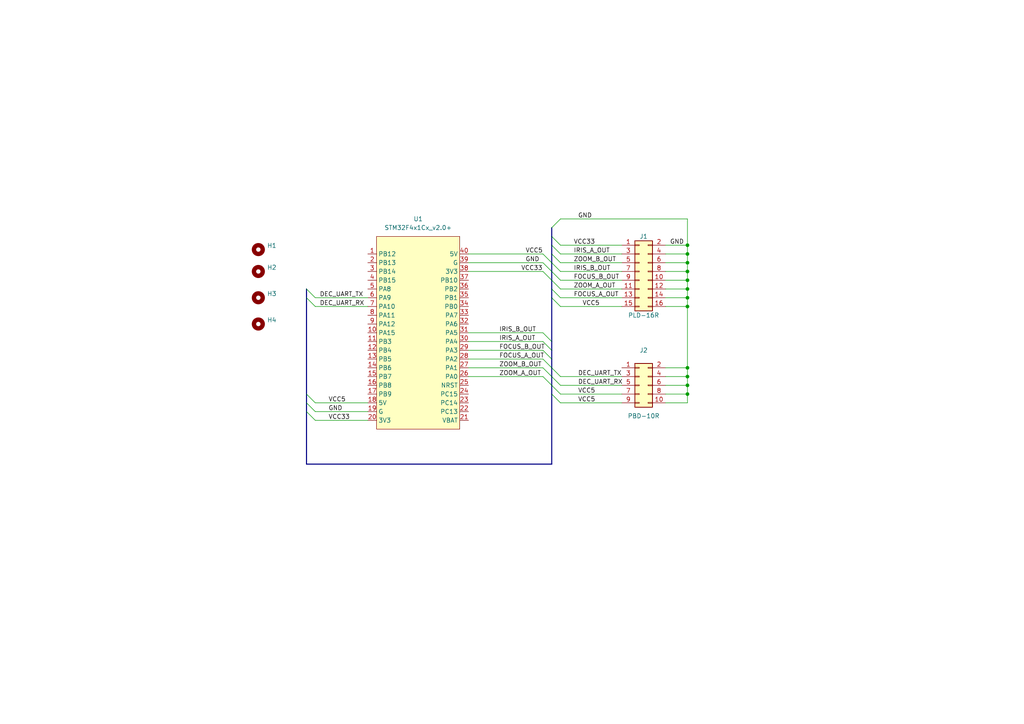
<source format=kicad_sch>
(kicad_sch (version 20211123) (generator eeschema)
  (paper "A4")
  (lib_symbols
    (symbol "Connector_Generic:Conn_02x05_Odd_Even" (pin_names (offset 1.016) hide)
      (property "Reference" "J" (at 1.27 7.62 0))
      (property "Value" "Conn_02x05_Odd_Even" (at 1.27 -7.62 0))
      (symbol "Conn_02x05_Odd_Even_1_1"
        (rectangle (start -1.27 -4.953) (end 0 -5.207) (stroke (width 0.1524)))
        (rectangle (start -1.27 -2.413) (end 0 -2.667) (stroke (width 0.1524)))
        (rectangle (start -1.27 0.127) (end 0 -0.127) (stroke (width 0.1524)))
        (rectangle (start -1.27 2.667) (end 0 2.413) (stroke (width 0.1524)))
        (rectangle (start -1.27 5.207) (end 0 4.953) (stroke (width 0.1524)))
        (rectangle (start -1.27 6.35) (end 3.81 -6.35) (stroke (width 0.254)) (fill (type background)))
        (rectangle (start 3.81 -4.953) (end 2.54 -5.207) (stroke (width 0.1524)))
        (rectangle (start 3.81 -2.413) (end 2.54 -2.667) (stroke (width 0.1524)))
        (rectangle (start 3.81 0.127) (end 2.54 -0.127) (stroke (width 0.1524)))
        (rectangle (start 3.81 2.667) (end 2.54 2.413) (stroke (width 0.1524)))
        (rectangle (start 3.81 5.207) (end 2.54 4.953) (stroke (width 0.1524)))
        (pin passive line (at -5.08 5.08 0) (length 3.81) (name "Pin_1") (number "1"))
        (pin passive line (at 7.62 -5.08 180) (length 3.81) (name "Pin_10") (number "10"))
        (pin passive line (at 7.62 5.08 180) (length 3.81) (name "Pin_2") (number "2"))
        (pin passive line (at -5.08 2.54 0) (length 3.81) (name "Pin_3") (number "3"))
        (pin passive line (at 7.62 2.54 180) (length 3.81) (name "Pin_4") (number "4"))
        (pin passive line (at -5.08 0 0) (length 3.81) (name "Pin_5") (number "5"))
        (pin passive line (at 7.62 0 180) (length 3.81) (name "Pin_6") (number "6"))
        (pin passive line (at -5.08 -2.54 0) (length 3.81) (name "Pin_7") (number "7"))
        (pin passive line (at 7.62 -2.54 180) (length 3.81) (name "Pin_8") (number "8"))
        (pin passive line (at -5.08 -5.08 0) (length 3.81) (name "Pin_9") (number "9"))
      )
    )
    (symbol "Connector_Generic:Conn_02x08_Odd_Even" (pin_names (offset 1.016) hide)
      (property "Reference" "J" (at 1.27 10.16 0))
      (property "Value" "Conn_02x08_Odd_Even" (at 1.27 -12.7 0))
      (symbol "Conn_02x08_Odd_Even_1_1"
        (rectangle (start -1.27 -10.033) (end 0 -10.287) (stroke (width 0.1524)))
        (rectangle (start -1.27 -7.493) (end 0 -7.747) (stroke (width 0.1524)))
        (rectangle (start -1.27 -4.953) (end 0 -5.207) (stroke (width 0.1524)))
        (rectangle (start -1.27 -2.413) (end 0 -2.667) (stroke (width 0.1524)))
        (rectangle (start -1.27 0.127) (end 0 -0.127) (stroke (width 0.1524)))
        (rectangle (start -1.27 2.667) (end 0 2.413) (stroke (width 0.1524)))
        (rectangle (start -1.27 5.207) (end 0 4.953) (stroke (width 0.1524)))
        (rectangle (start -1.27 7.747) (end 0 7.493) (stroke (width 0.1524)))
        (rectangle (start -1.27 8.89) (end 3.81 -11.43) (stroke (width 0.254)) (fill (type background)))
        (rectangle (start 3.81 -10.033) (end 2.54 -10.287) (stroke (width 0.1524)))
        (rectangle (start 3.81 -7.493) (end 2.54 -7.747) (stroke (width 0.1524)))
        (rectangle (start 3.81 -4.953) (end 2.54 -5.207) (stroke (width 0.1524)))
        (rectangle (start 3.81 -2.413) (end 2.54 -2.667) (stroke (width 0.1524)))
        (rectangle (start 3.81 0.127) (end 2.54 -0.127) (stroke (width 0.1524)))
        (rectangle (start 3.81 2.667) (end 2.54 2.413) (stroke (width 0.1524)))
        (rectangle (start 3.81 5.207) (end 2.54 4.953) (stroke (width 0.1524)))
        (rectangle (start 3.81 7.747) (end 2.54 7.493) (stroke (width 0.1524)))
        (pin passive line (at -5.08 7.62 0) (length 3.81) (name "Pin_1") (number "1"))
        (pin passive line (at 7.62 -2.54 180) (length 3.81) (name "Pin_10") (number "10"))
        (pin passive line (at -5.08 -5.08 0) (length 3.81) (name "Pin_11") (number "11"))
        (pin passive line (at 7.62 -5.08 180) (length 3.81) (name "Pin_12") (number "12"))
        (pin passive line (at -5.08 -7.62 0) (length 3.81) (name "Pin_13") (number "13"))
        (pin passive line (at 7.62 -7.62 180) (length 3.81) (name "Pin_14") (number "14"))
        (pin passive line (at -5.08 -10.16 0) (length 3.81) (name "Pin_15") (number "15"))
        (pin passive line (at 7.62 -10.16 180) (length 3.81) (name "Pin_16") (number "16"))
        (pin passive line (at 7.62 7.62 180) (length 3.81) (name "Pin_2") (number "2"))
        (pin passive line (at -5.08 5.08 0) (length 3.81) (name "Pin_3") (number "3"))
        (pin passive line (at 7.62 5.08 180) (length 3.81) (name "Pin_4") (number "4"))
        (pin passive line (at -5.08 2.54 0) (length 3.81) (name "Pin_5") (number "5"))
        (pin passive line (at 7.62 2.54 180) (length 3.81) (name "Pin_6") (number "6"))
        (pin passive line (at -5.08 0 0) (length 3.81) (name "Pin_7") (number "7"))
        (pin passive line (at 7.62 0 180) (length 3.81) (name "Pin_8") (number "8"))
        (pin passive line (at -5.08 -2.54 0) (length 3.81) (name "Pin_9") (number "9"))
      )
    )
    (symbol "Mechanical:MountingHole" (pin_names (offset 1.016))
      (property "Reference" "H" (at 0 5.08 0))
      (property "Value" "MountingHole" (at 0 3.175 0))
      (symbol "MountingHole_0_1"
        (circle (center 0 0) (radius 1.27) (stroke (width 1.27)))
      )
    )
    (symbol "New_Library:STM32F4x1Cx_v2.0+"
      (property "Reference" "U" (at 0 2.54 0))
      (property "Value" "STM32F4x1Cx_v2.0+" (at 1.27 -1.27 0))
      (symbol "STM32F4x1Cx_v2.0+_0_1"
        (rectangle (start -10.16 1.27) (end 13.97 -54.61) (fill (type background)))
      )
      (symbol "STM32F4x1Cx_v2.0+_1_1"
        (pin bidirectional line (at -12.7 -3.81 0) (length 2.54) (name "PB12") (number "1"))
        (pin bidirectional line (at -12.7 -26.67 0) (length 2.54) (name "PA15") (number "10"))
        (pin bidirectional line (at -12.7 -29.21 0) (length 2.54) (name "PB3") (number "11"))
        (pin bidirectional line (at -12.7 -31.75 0) (length 2.54) (name "PB4") (number "12"))
        (pin bidirectional line (at -12.7 -34.29 0) (length 2.54) (name "PB5") (number "13"))
        (pin bidirectional line (at -12.7 -36.83 0) (length 2.54) (name "PB6") (number "14"))
        (pin bidirectional line (at -12.7 -39.37 0) (length 2.54) (name "PB7") (number "15"))
        (pin bidirectional line (at -12.7 -41.91 0) (length 2.54) (name "PB8") (number "16"))
        (pin bidirectional line (at -12.7 -44.45 0) (length 2.54) (name "PB9") (number "17"))
        (pin power_out line (at -12.7 -46.99 0) (length 2.54) (name "5V") (number "18"))
        (pin passive line (at -12.7 -49.53 0) (length 2.54) (name "G") (number "19"))
        (pin bidirectional line (at -12.7 -6.35 0) (length 2.54) (name "PB13") (number "2"))
        (pin power_out line (at -12.7 -52.07 0) (length 2.54) (name "3V3") (number "20"))
        (pin input line (at 16.51 -52.07 180) (length 2.54) (name "VBAT") (number "21"))
        (pin bidirectional line (at 16.51 -49.53 180) (length 2.54) (name "PC13") (number "22"))
        (pin bidirectional line (at 16.51 -46.99 180) (length 2.54) (name "PC14") (number "23"))
        (pin bidirectional line (at 16.51 -44.45 180) (length 2.54) (name "PC15") (number "24"))
        (pin bidirectional line (at 16.51 -41.91 180) (length 2.54) (name "NRST") (number "25"))
        (pin bidirectional line (at 16.51 -39.37 180) (length 2.54) (name "PA0") (number "26"))
        (pin bidirectional line (at 16.51 -36.83 180) (length 2.54) (name "PA1") (number "27"))
        (pin bidirectional line (at 16.51 -34.29 180) (length 2.54) (name "PA2") (number "28"))
        (pin bidirectional line (at 16.51 -31.75 180) (length 2.54) (name "PA3") (number "29"))
        (pin bidirectional line (at -12.7 -8.89 0) (length 2.54) (name "PB14") (number "3"))
        (pin bidirectional line (at 16.51 -29.21 180) (length 2.54) (name "PA4") (number "30"))
        (pin bidirectional line (at 16.51 -26.67 180) (length 2.54) (name "PA5") (number "31"))
        (pin bidirectional line (at 16.51 -24.13 180) (length 2.54) (name "PA6") (number "32"))
        (pin bidirectional line (at 16.51 -21.59 180) (length 2.54) (name "PA7") (number "33"))
        (pin bidirectional line (at 16.51 -19.05 180) (length 2.54) (name "PB0") (number "34"))
        (pin bidirectional line (at 16.51 -16.51 180) (length 2.54) (name "PB1") (number "35"))
        (pin bidirectional line (at 16.51 -13.97 180) (length 2.54) (name "PB2") (number "36"))
        (pin bidirectional line (at 16.51 -11.43 180) (length 2.54) (name "PB10") (number "37"))
        (pin power_out line (at 16.51 -8.89 180) (length 2.54) (name "3V3") (number "38"))
        (pin passive line (at 16.51 -6.35 180) (length 2.54) (name "G") (number "39"))
        (pin bidirectional line (at -12.7 -11.43 0) (length 2.54) (name "PB15") (number "4"))
        (pin power_out line (at 16.51 -3.81 180) (length 2.54) (name "5V") (number "40"))
        (pin bidirectional line (at -12.7 -13.97 0) (length 2.54) (name "PA8") (number "5"))
        (pin bidirectional line (at -12.7 -16.51 0) (length 2.54) (name "PA9") (number "6"))
        (pin bidirectional line (at -12.7 -19.05 0) (length 2.54) (name "PA10") (number "7"))
        (pin bidirectional line (at -12.7 -21.59 0) (length 2.54) (name "PA11") (number "8"))
        (pin bidirectional line (at -12.7 -24.13 0) (length 2.54) (name "PA12") (number "9"))
      )
    )
  )
  (junction (at 199.39 83.82))
  (junction (at 199.39 76.2))
  (junction (at 199.39 78.74))
  (junction (at 199.39 73.66))
  (junction (at 199.39 111.76))
  (junction (at 199.39 106.68))
  (junction (at 199.39 86.36))
  (junction (at 199.39 88.9))
  (junction (at 199.39 81.28))
  (junction (at 199.39 71.12))
  (junction (at 199.39 114.3))
  (junction (at 199.39 109.22))
  (bus_entry (at 160.02 109.22) (size 2.54 2.54))
  (bus_entry (at 160.02 114.3) (size 2.54 2.54))
  (bus_entry (at 160.02 76.2) (size 2.54 2.54))
  (bus_entry (at 160.02 73.66) (size 2.54 2.54))
  (bus_entry (at 88.9 86.36) (size 2.54 2.54))
  (bus_entry (at 88.9 83.82) (size 2.54 2.54))
  (bus_entry (at 160.02 81.28) (size 2.54 2.54))
  (bus_entry (at 88.9 119.38) (size 2.54 2.54))
  (bus_entry (at 160.02 83.82) (size 2.54 2.54))
  (bus_entry (at 160.02 78.74) (size 2.54 2.54))
  (bus_entry (at 88.9 116.84) (size 2.54 2.54))
  (bus_entry (at 160.02 111.76) (size 2.54 2.54))
  (bus_entry (at 160.02 66.04) (size 2.54 -2.54))
  (bus_entry (at 160.02 68.58) (size 2.54 2.54))
  (bus_entry (at 160.02 106.68) (size 2.54 2.54))
  (bus_entry (at 88.9 114.3) (size 2.54 2.54))
  (bus_entry (at 157.48 78.74) (size 2.54 2.54))
  (bus_entry (at 157.48 73.66) (size 2.54 2.54))
  (bus_entry (at 157.48 76.2) (size 2.54 2.54))
  (bus_entry (at 157.48 99.06) (size 2.54 2.54))
  (bus_entry (at 157.48 96.52) (size 2.54 2.54))
  (bus_entry (at 157.48 109.22) (size 2.54 2.54))
  (bus_entry (at 157.48 104.14) (size 2.54 2.54))
  (bus_entry (at 157.48 101.6) (size 2.54 2.54))
  (bus_entry (at 157.48 106.68) (size 2.54 2.54))
  (bus_entry (at 160.02 71.12) (size 2.54 2.54))
  (bus_entry (at 160.02 86.36) (size 2.54 2.54))
  (wire (pts (xy 193.04 81.28) (xy 199.39 81.28)))
  (wire (pts (xy 135.89 99.06) (xy 157.48 99.06)))
  (wire (pts (xy 135.89 73.66) (xy 157.48 73.66)))
  (bus (pts (xy 88.9 134.62) (xy 160.02 134.62)))
  (wire (pts (xy 162.56 111.76) (xy 180.34 111.76)))
  (bus (pts (xy 160.02 99.06) (xy 160.02 101.6)))
  (wire (pts (xy 106.68 121.92) (xy 91.44 121.92)))
  (wire (pts (xy 199.39 116.84) (xy 199.39 114.3)))
  (bus (pts (xy 160.02 109.22) (xy 160.02 111.76)))
  (wire (pts (xy 135.89 96.52) (xy 157.48 96.52)))
  (bus (pts (xy 160.02 68.58) (xy 160.02 71.12)))
  (bus (pts (xy 160.02 101.6) (xy 160.02 104.14)))
  (wire (pts (xy 135.89 101.6) (xy 157.48 101.6)))
  (wire (pts (xy 162.56 71.12) (xy 180.34 71.12)))
  (wire (pts (xy 199.39 83.82) (xy 199.39 86.36)))
  (wire (pts (xy 91.44 88.9) (xy 106.68 88.9)))
  (wire (pts (xy 193.04 76.2) (xy 199.39 76.2)))
  (wire (pts (xy 162.56 116.84) (xy 180.34 116.84)))
  (bus (pts (xy 160.02 86.36) (xy 160.02 99.06)))
  (bus (pts (xy 88.9 116.84) (xy 88.9 119.38)))
  (bus (pts (xy 160.02 111.76) (xy 160.02 114.3)))
  (wire (pts (xy 199.39 81.28) (xy 199.39 83.82)))
  (wire (pts (xy 162.56 73.66) (xy 180.34 73.66)))
  (wire (pts (xy 91.44 86.36) (xy 106.68 86.36)))
  (wire (pts (xy 91.44 119.38) (xy 106.68 119.38)))
  (wire (pts (xy 199.39 63.5) (xy 199.39 71.12)))
  (bus (pts (xy 160.02 76.2) (xy 160.02 78.74)))
  (bus (pts (xy 160.02 81.28) (xy 160.02 83.82)))
  (wire (pts (xy 193.04 83.82) (xy 199.39 83.82)))
  (wire (pts (xy 193.04 116.84) (xy 199.39 116.84)))
  (wire (pts (xy 193.04 109.22) (xy 199.39 109.22)))
  (bus (pts (xy 160.02 83.82) (xy 160.02 86.36)))
  (wire (pts (xy 193.04 78.74) (xy 199.39 78.74)))
  (wire (pts (xy 162.56 109.22) (xy 180.34 109.22)))
  (wire (pts (xy 199.39 76.2) (xy 199.39 78.74)))
  (wire (pts (xy 199.39 111.76) (xy 199.39 109.22)))
  (wire (pts (xy 193.04 71.12) (xy 199.39 71.12)))
  (wire (pts (xy 193.04 88.9) (xy 199.39 88.9)))
  (wire (pts (xy 162.56 88.9) (xy 180.34 88.9)))
  (wire (pts (xy 193.04 114.3) (xy 199.39 114.3)))
  (wire (pts (xy 199.39 114.3) (xy 199.39 111.76)))
  (wire (pts (xy 162.56 63.5) (xy 199.39 63.5)))
  (wire (pts (xy 135.89 78.74) (xy 157.48 78.74)))
  (bus (pts (xy 88.9 114.3) (xy 88.9 116.84)))
  (wire (pts (xy 193.04 111.76) (xy 199.39 111.76)))
  (wire (pts (xy 199.39 78.74) (xy 199.39 81.28)))
  (bus (pts (xy 160.02 114.3) (xy 160.02 134.62)))
  (wire (pts (xy 135.89 76.2) (xy 157.48 76.2)))
  (wire (pts (xy 162.56 83.82) (xy 180.34 83.82)))
  (wire (pts (xy 199.39 106.68) (xy 199.39 88.9)))
  (bus (pts (xy 160.02 104.14) (xy 160.02 106.68)))
  (bus (pts (xy 160.02 106.68) (xy 160.02 109.22)))
  (bus (pts (xy 160.02 73.66) (xy 160.02 76.2)))
  (wire (pts (xy 162.56 81.28) (xy 180.34 81.28)))
  (wire (pts (xy 162.56 78.74) (xy 180.34 78.74)))
  (wire (pts (xy 135.89 109.22) (xy 157.48 109.22)))
  (bus (pts (xy 160.02 78.74) (xy 160.02 81.28)))
  (wire (pts (xy 193.04 73.66) (xy 199.39 73.66)))
  (wire (pts (xy 162.56 86.36) (xy 180.34 86.36)))
  (bus (pts (xy 160.02 71.12) (xy 160.02 73.66)))
  (bus (pts (xy 88.9 86.36) (xy 88.9 114.3)))
  (wire (pts (xy 193.04 86.36) (xy 199.39 86.36)))
  (bus (pts (xy 88.9 83.82) (xy 88.9 86.36)))
  (wire (pts (xy 162.56 114.3) (xy 180.34 114.3)))
  (bus (pts (xy 160.02 66.04) (xy 160.02 68.58)))
  (wire (pts (xy 199.39 109.22) (xy 199.39 106.68)))
  (wire (pts (xy 91.44 116.84) (xy 106.68 116.84)))
  (wire (pts (xy 193.04 106.68) (xy 199.39 106.68)))
  (bus (pts (xy 88.9 119.38) (xy 88.9 134.62)))
  (wire (pts (xy 135.89 104.14) (xy 157.48 104.14)))
  (wire (pts (xy 135.89 106.68) (xy 157.48 106.68)))
  (wire (pts (xy 199.39 71.12) (xy 199.39 73.66)))
  (wire (pts (xy 199.39 73.66) (xy 199.39 76.2)))
  (wire (pts (xy 199.39 86.36) (xy 199.39 88.9)))
  (wire (pts (xy 162.56 76.2) (xy 180.34 76.2)))
  (label "VCC5" (at 95.25 116.84 0))
  (label "GND" (at 152.4 76.2 0))
  (label "VCC5" (at 152.4 73.66 0))
  (label "IRIS_B_OUT" (at 166.37 78.74 0))
  (label "IRIS_B_OUT" (at 144.78 96.52 0))
  (label "ZOOM_A_OUT" (at 166.37 83.82 0))
  (label "DEC_UART_RX" (at 92.71 88.9 0))
  (label "VCC5" (at 168.91 88.9 0))
  (label "ZOOM_B_OUT" (at 166.37 76.2 0))
  (label "GND" (at 167.64 63.5 0))
  (label "FOCUS_B_OUT" (at 144.78 101.6 0))
  (label "IRIS_A_OUT" (at 166.37 73.66 0))
  (label "ZOOM_A_OUT" (at 144.78 109.22 0))
  (label "DEC_UART_TX" (at 92.71 86.36 0))
  (label "FOCUS_B_OUT" (at 166.37 81.28 0))
  (label "GND" (at 95.25 119.38 0))
  (label "IRIS_A_OUT" (at 144.78 99.06 0))
  (label "DEC_UART_RX" (at 167.64 111.76 0))
  (label "VCC33" (at 151.13 78.74 0))
  (label "VCC5" (at 167.64 114.3 0))
  (label "DEC_UART_TX" (at 167.64 109.22 0))
  (label "GND" (at 194.31 71.12 0))
  (label "FOCUS_A_OUT" (at 144.78 104.14 0))
  (label "VCC33" (at 166.37 71.12 0))
  (label "ZOOM_B_OUT" (at 144.78 106.68 0))
  (label "VCC5" (at 167.64 116.84 0))
  (label "VCC33" (at 95.25 121.92 0))
  (label "FOCUS_A_OUT" (at 166.37 86.36 0))
  (symbol (lib_id "Mechanical:MountingHole") (at 74.93 93.98 0) (unit 1)
    (property "Reference" "H4" (at 77.47 92.8116 0) (effects (justify left)))
    (property "Value" "MountingHole" (effects hide))
    (property "Footprint" "MountingHole:MountingHole_3.2mm_M3" (effects hide))
  )
  (symbol (lib_id "New_Library:STM32F4x1Cx_v2.0+") (at 119.38 69.85 0) (unit 1)
    (property "Reference" "U1" (at 121.285 63.5 0))
    (property "Value" "STM32F4x1Cx_v2.0+" (at 121.285 66.04 0))
    (property "Footprint" "Package_DIP:DIP-40_W15.24mm_LongPads" (effects hide))
  )
  (symbol (lib_id "Mechanical:MountingHole") (at 74.93 72.39 0) (unit 1)
    (property "Reference" "H1" (at 77.47 71.2216 0) (effects (justify left)))
    (property "Value" "MountingHole" (effects hide))
    (property "Footprint" "MountingHole:MountingHole_3.2mm_M3" (effects hide))
  )
  (symbol (lib_id "Mechanical:MountingHole") (at 74.93 78.74 0) (unit 1)
    (property "Reference" "H2" (at 77.47 77.5716 0) (effects (justify left)))
    (property "Value" "MountingHole" (effects hide))
    (property "Footprint" "MountingHole:MountingHole_3.2mm_M3" (effects hide))
  )
  (symbol (lib_id "Mechanical:MountingHole") (at 74.93 86.36 0) (unit 1)
    (property "Reference" "H3" (at 77.47 85.1916 0) (effects (justify left)))
    (property "Value" "MountingHole" (effects hide))
    (property "Footprint" "MountingHole:MountingHole_3.2mm_M3" (effects hide))
  )
  (symbol (lib_id "Connector_Generic:Conn_02x05_Odd_Even") (at 185.42 111.76 0) (unit 1)
    (property "Reference" "J2" (at 186.69 101.6 0))
    (property "Value" "PBD-10R" (at 186.69 120.65 0))
    (property "Footprint" "Connector_PinSocket_2.54mm:PinSocket_2x05_P2.54mm_Horizontal" (effects hide))
  )
  (symbol (lib_id "Connector_Generic:Conn_02x08_Odd_Even") (at 185.42 78.74 0) (unit 1)
    (property "Reference" "J1" (at 186.69 68.58 0))
    (property "Value" "PLD-16R" (at 186.69 91.44 0))
    (property "Footprint" "Connector_PinHeader_2.54mm:PinHeader_2x08_P2.54mm_Horizontal" (effects hide))
  )
)
</source>
